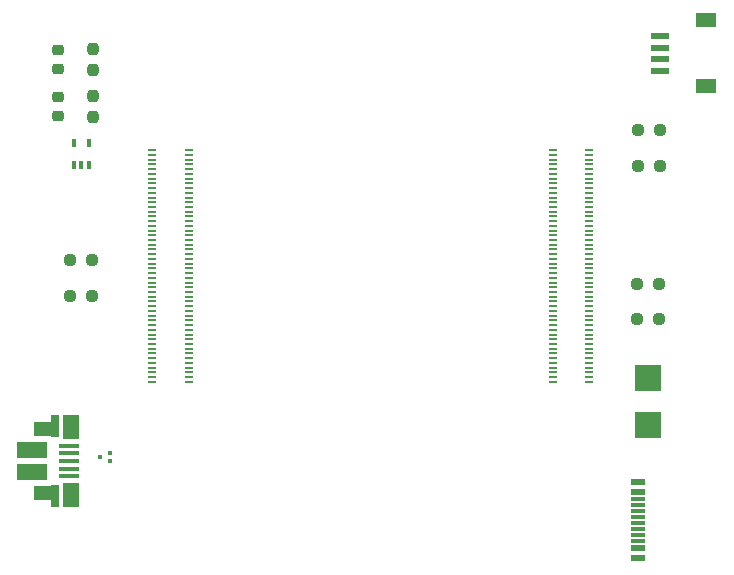
<source format=gtp>
%TF.GenerationSoftware,KiCad,Pcbnew,(5.99.0-6900-ga9be08e1ce)*%
%TF.CreationDate,2020-11-13T16:54:07-06:00*%
%TF.ProjectId,rpi-cm4-demo-carrier,7270692d-636d-4342-9d62-6173652d6361,v01*%
%TF.SameCoordinates,Original*%
%TF.FileFunction,Paste,Top*%
%TF.FilePolarity,Positive*%
%FSLAX46Y46*%
G04 Gerber Fmt 4.6, Leading zero omitted, Abs format (unit mm)*
G04 Created by KiCad (PCBNEW (5.99.0-6900-ga9be08e1ce)) date 2020-11-13 16:54:07*
%MOMM*%
%LPD*%
G01*
G04 APERTURE LIST*
G04 Aperture macros list*
%AMRoundRect*
0 Rectangle with rounded corners*
0 $1 Rounding radius*
0 $2 $3 $4 $5 $6 $7 $8 $9 X,Y pos of 4 corners*
0 Add a 4 corners polygon primitive as box body*
4,1,4,$2,$3,$4,$5,$6,$7,$8,$9,$2,$3,0*
0 Add four circle primitives for the rounded corners*
1,1,$1+$1,$2,$3,0*
1,1,$1+$1,$4,$5,0*
1,1,$1+$1,$6,$7,0*
1,1,$1+$1,$8,$9,0*
0 Add four rect primitives between the rounded corners*
20,1,$1+$1,$2,$3,$4,$5,0*
20,1,$1+$1,$4,$5,$6,$7,0*
20,1,$1+$1,$6,$7,$8,$9,0*
20,1,$1+$1,$8,$9,$2,$3,0*%
G04 Aperture macros list end*
%ADD10RoundRect,0.237500X-0.250000X-0.237500X0.250000X-0.237500X0.250000X0.237500X-0.250000X0.237500X0*%
%ADD11RoundRect,0.237500X0.250000X0.237500X-0.250000X0.237500X-0.250000X-0.237500X0.250000X-0.237500X0*%
%ADD12R,2.260600X2.311400*%
%ADD13R,0.400000X0.650000*%
%ADD14RoundRect,0.237500X-0.237500X0.250000X-0.237500X-0.250000X0.237500X-0.250000X0.237500X0.250000X0*%
%ADD15RoundRect,0.218750X-0.256250X0.218750X-0.256250X-0.218750X0.256250X-0.218750X0.256250X0.218750X0*%
%ADD16R,1.150000X0.600000*%
%ADD17R,1.150000X0.300000*%
%ADD18R,1.750000X0.400000*%
%ADD19R,2.000000X1.300000*%
%ADD20R,1.400000X2.000000*%
%ADD21R,2.500000X1.425000*%
%ADD22R,0.700000X1.825000*%
%ADD23R,0.300000X0.300000*%
%ADD24R,0.700000X0.200000*%
%ADD25R,1.550000X0.600000*%
%ADD26R,1.800000X1.200000*%
G04 APERTURE END LIST*
D10*
%TO.C,R5*%
X169175000Y-95000000D03*
X171000000Y-95000000D03*
%TD*%
%TO.C,R7*%
X121087500Y-106000000D03*
X122912500Y-106000000D03*
%TD*%
D11*
%TO.C,R4*%
X170912500Y-108000000D03*
X169087500Y-108000000D03*
%TD*%
%TO.C,R8*%
X122912500Y-103000000D03*
X121087500Y-103000000D03*
%TD*%
D12*
%TO.C,CR1*%
X170000000Y-116993900D03*
X170000000Y-113006100D03*
%TD*%
D13*
%TO.C,U1*%
X121350000Y-94950000D03*
X122000000Y-94950000D03*
X122650000Y-94950000D03*
X122650000Y-93050000D03*
X121350000Y-93050000D03*
%TD*%
D14*
%TO.C,R2*%
X123000000Y-85087500D03*
X123000000Y-86912500D03*
%TD*%
D15*
%TO.C,D2*%
X120000000Y-89212500D03*
X120000000Y-90787500D03*
%TD*%
D16*
%TO.C,J2*%
X169145000Y-128200000D03*
X169145000Y-127400000D03*
D17*
X169145000Y-126250000D03*
X169145000Y-125250000D03*
X169145000Y-124750000D03*
X169145000Y-123750000D03*
D16*
X169145000Y-121800000D03*
X169145000Y-122600000D03*
D17*
X169145000Y-123250000D03*
X169145000Y-124250000D03*
X169145000Y-125750000D03*
X169145000Y-126750000D03*
%TD*%
D15*
%TO.C,D1*%
X120000000Y-85212500D03*
X120000000Y-86787500D03*
%TD*%
D11*
%TO.C,R1*%
X170912500Y-105000000D03*
X169087500Y-105000000D03*
%TD*%
D10*
%TO.C,R3*%
X169175000Y-92000000D03*
X171000000Y-92000000D03*
%TD*%
D18*
%TO.C,J4*%
X120920000Y-118700000D03*
X120920000Y-119350000D03*
X120920000Y-120000000D03*
X120920000Y-120650000D03*
X120920000Y-121300000D03*
D19*
X119030000Y-117275000D03*
D20*
X121160000Y-117150000D03*
D21*
X117850000Y-120962500D03*
D22*
X119800000Y-122987500D03*
D19*
X119030000Y-122725000D03*
D21*
X117850000Y-119037500D03*
D20*
X121160000Y-122900000D03*
D22*
X119800000Y-117012500D03*
%TD*%
D14*
%TO.C,R6*%
X123000000Y-89087500D03*
X123000000Y-90912500D03*
%TD*%
D23*
%TO.C,U2*%
X124425000Y-120050000D03*
X124425000Y-119350000D03*
X123575000Y-119700000D03*
%TD*%
D24*
%TO.C,Module1*%
X165000000Y-113300000D03*
X161920000Y-113300000D03*
X165000000Y-112900000D03*
X161920000Y-112900000D03*
X165000000Y-112500000D03*
X161920000Y-112500000D03*
X165000000Y-112100000D03*
X161920000Y-112100000D03*
X165000000Y-111700000D03*
X161920000Y-111700000D03*
X165000000Y-111300000D03*
X161920000Y-111300000D03*
X165000000Y-110900000D03*
X161920000Y-110900000D03*
X165000000Y-110500000D03*
X161920000Y-110500000D03*
X165000000Y-110100000D03*
X161920000Y-110100000D03*
X165000000Y-109700000D03*
X161920000Y-109700000D03*
X165000000Y-109300000D03*
X161920000Y-109300000D03*
X165000000Y-108900000D03*
X161920000Y-108900000D03*
X165000000Y-108500000D03*
X161920000Y-108500000D03*
X165000000Y-108100000D03*
X161920000Y-108100000D03*
X165000000Y-107700000D03*
X161920000Y-107700000D03*
X165000000Y-107300000D03*
X161920000Y-107300000D03*
X165000000Y-106900000D03*
X161920000Y-106900000D03*
X165000000Y-106500000D03*
X161920000Y-106500000D03*
X165000000Y-106100000D03*
X161920000Y-106100000D03*
X165000000Y-105700000D03*
X161920000Y-105700000D03*
X165000000Y-105300000D03*
X161920000Y-105300000D03*
X165000000Y-104900000D03*
X161920000Y-104900000D03*
X165000000Y-104500000D03*
X161920000Y-104500000D03*
X165000000Y-104100000D03*
X161920000Y-104100000D03*
X165000000Y-103700000D03*
X161920000Y-103700000D03*
X165000000Y-103300000D03*
X161920000Y-103300000D03*
X165000000Y-102900000D03*
X161920000Y-102900000D03*
X165000000Y-102500000D03*
X161920000Y-102500000D03*
X165000000Y-102100000D03*
X161920000Y-102100000D03*
X165000000Y-101700000D03*
X161920000Y-101700000D03*
X165000000Y-101300000D03*
X161920000Y-101300000D03*
X165000000Y-100900000D03*
X161920000Y-100900000D03*
X165000000Y-100500000D03*
X161920000Y-100500000D03*
X165000000Y-100100000D03*
X161920000Y-100100000D03*
X165000000Y-99700000D03*
X161920000Y-99700000D03*
X165000000Y-99300000D03*
X161920000Y-99300000D03*
X165000000Y-98900000D03*
X161920000Y-98900000D03*
X165000000Y-98500000D03*
X161920000Y-98500000D03*
X165000000Y-98100000D03*
X161920000Y-98100000D03*
X165000000Y-97700000D03*
X161920000Y-97700000D03*
X165000000Y-97300000D03*
X161920000Y-97300000D03*
X165000000Y-96900000D03*
X161920000Y-96900000D03*
X165000000Y-96500000D03*
X161920000Y-96500000D03*
X165000000Y-96100000D03*
X161920000Y-96100000D03*
X165000000Y-95700000D03*
X161920000Y-95700000D03*
X165000000Y-95300000D03*
X161920000Y-95300000D03*
X165000000Y-94900000D03*
X161920000Y-94900000D03*
X165000000Y-94500000D03*
X161920000Y-94500000D03*
X165000000Y-94100000D03*
X161920000Y-94100000D03*
X165000000Y-93700000D03*
X161920000Y-93700000D03*
X131080000Y-113300000D03*
X128000000Y-113300000D03*
X131080000Y-112900000D03*
X128000000Y-112900000D03*
X131080000Y-112500000D03*
X128000000Y-112500000D03*
X131080000Y-112100000D03*
X128000000Y-112100000D03*
X131080000Y-111700000D03*
X128000000Y-111700000D03*
X131080000Y-111300000D03*
X128000000Y-111300000D03*
X131080000Y-110900000D03*
X128000000Y-110900000D03*
X131080000Y-110500000D03*
X128000000Y-110500000D03*
X131080000Y-110100000D03*
X128000000Y-110100000D03*
X131080000Y-109700000D03*
X128000000Y-109700000D03*
X131080000Y-109300000D03*
X128000000Y-109300000D03*
X131080000Y-108900000D03*
X128000000Y-108900000D03*
X131080000Y-108500000D03*
X128000000Y-108500000D03*
X131080000Y-108100000D03*
X128000000Y-108100000D03*
X131080000Y-107700000D03*
X128000000Y-107700000D03*
X131080000Y-107300000D03*
X128000000Y-107300000D03*
X131080000Y-106900000D03*
X128000000Y-106900000D03*
X131080000Y-106500000D03*
X128000000Y-106500000D03*
X131080000Y-106100000D03*
X128000000Y-106100000D03*
X131080000Y-105700000D03*
X128000000Y-105700000D03*
X131080000Y-105300000D03*
X128000000Y-105300000D03*
X131080000Y-104900000D03*
X128000000Y-104900000D03*
X131080000Y-104500000D03*
X128000000Y-104500000D03*
X131080000Y-104100000D03*
X128000000Y-104100000D03*
X131080000Y-103700000D03*
X128000000Y-103700000D03*
X131080000Y-103300000D03*
X128000000Y-103300000D03*
X131080000Y-102900000D03*
X128000000Y-102900000D03*
X131080000Y-102500000D03*
X128000000Y-102500000D03*
X131080000Y-102100000D03*
X128000000Y-102100000D03*
X131080000Y-101700000D03*
X128000000Y-101700000D03*
X131080000Y-101300000D03*
X128000000Y-101300000D03*
X131080000Y-100900000D03*
X128000000Y-100900000D03*
X131080000Y-100500000D03*
X128000000Y-100500000D03*
X131080000Y-100100000D03*
X128000000Y-100100000D03*
X131080000Y-99700000D03*
X128000000Y-99700000D03*
X131080000Y-99300000D03*
X128000000Y-99300000D03*
X131080000Y-98900000D03*
X128000000Y-98900000D03*
X131080000Y-98500000D03*
X128000000Y-98500000D03*
X131080000Y-98100000D03*
X128000000Y-98100000D03*
X131080000Y-97700000D03*
X128000000Y-97700000D03*
X131080000Y-97300000D03*
X128000000Y-97300000D03*
X131080000Y-96900000D03*
X128000000Y-96900000D03*
X131080000Y-96500000D03*
X128000000Y-96500000D03*
X131080000Y-96100000D03*
X128000000Y-96100000D03*
X131080000Y-95700000D03*
X128000000Y-95700000D03*
X131080000Y-95300000D03*
X128000000Y-95300000D03*
X131080000Y-94900000D03*
X128000000Y-94900000D03*
X131080000Y-94500000D03*
X128000000Y-94500000D03*
X131080000Y-94100000D03*
X128000000Y-94100000D03*
X131080000Y-93700000D03*
X128000000Y-93700000D03*
%TD*%
D25*
%TO.C,J3*%
X171000000Y-87000000D03*
X171000000Y-86000000D03*
X171000000Y-85000000D03*
X171000000Y-84000000D03*
D26*
X174875000Y-88300000D03*
X174875000Y-82700000D03*
%TD*%
M02*

</source>
